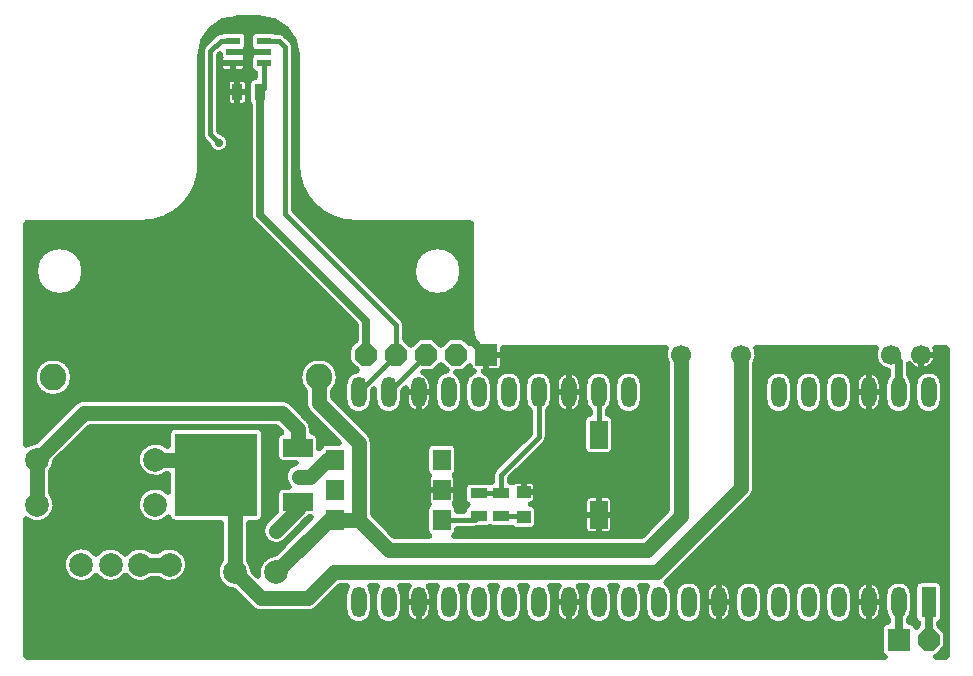
<source format=gbr>
G04 GENERATED BY PULSONIX 12.5 GERBER.DLL 9449*
G04 #@! TF.GenerationSoftware,Pulsonix,Pulsonix,12.5.9449*
G04 #@! TF.CreationDate,2024-10-09T20:32:21--1:00*
G04 #@! TF.Part,Single*
%FSLAX35Y35*%
%LPD*%
%MOMM*%
G04 #@! TF.FileFunction,Copper,L1,Top*
G04 #@! TF.FilePolarity,Positive*
G04 #@! TA.AperFunction,OtherCopper,Copper*
%ADD10C,0.50000*%
G04 #@! TA.AperFunction,ViaPad*
%ADD12C,0.80000*%
G04 #@! TA.AperFunction,Conductor*
%ADD13C,0.63500*%
%ADD14C,0.40640*%
%ADD16C,1.27000*%
G04 #@! TA.AperFunction,SMDPad,CuDef*
%ADD71R,1.40000X0.90000*%
%ADD20R,0.90000X1.40000*%
G04 #@! TA.AperFunction,ComponentPad*
%ADD27C,1.70000*%
%ADD72C,2.00000*%
%AMT79*0 Octagon pad*4,1,8,0.39454,0.95250,-0.39454,0.95250,-0.95250,0.39454,-0.95250,-0.39454,-0.39454,-0.95250,0.39454,-0.95250,0.95250,-0.39454,0.95250,0.39454,0.39454,0.95250,0*%
%ADD79T79*%
%ADD84R,1.90500X1.90500*%
G04 #@! TA.AperFunction,ViaPad*
%ADD86C,0.70000*%
G04 #@! TA.AperFunction,SMDPad,CuDef*
%ADD90R,1.20000X1.10000*%
G04 #@! TA.AperFunction,ComponentPad*
%ADD103R,1.30000X2.60000*%
%ADD104O,1.30000X2.60000*%
G04 #@! TA.AperFunction,SMDPad,CuDef*
%ADD105R,1.30000X0.60000*%
%ADD106R,1.50000X1.80000*%
%ADD107R,7.00000X7.00000*%
%ADD108R,2.50000X1.50000*%
G04 #@! TA.AperFunction,ComponentPad*
%ADD109C,2.25000*%
G04 #@! TA.AperFunction,SMDPad,CuDef*
%ADD110R,1.50000X2.40000*%
G04 #@! TD.AperFunction*
X0Y0D02*
D02*
D10*
X1042597Y3320321D02*
Y2165045D01*
G75*
G03*
X1051797Y2155845I9200J0D01*
G01*
X8312643D01*
G75*
G02*
X8279547Y2206295I21904J50450D01*
G01*
Y2396795D01*
G75*
G02*
X8334547Y2451795I55000J0D01*
G01*
X8343047D01*
Y2471133D01*
G75*
G02*
X8309797Y2554045I86750J82912D01*
G01*
Y2684045D01*
G75*
G02*
X8549797I120000J0D01*
G01*
Y2554045D01*
G75*
G02*
X8516547Y2471133I-120000J0D01*
G01*
Y2451795D01*
X8525047D01*
G75*
G02*
X8578692Y2408926I0J-55000D01*
G01*
X8597047Y2427281D01*
Y2438528D01*
G75*
G02*
X8563797Y2489045I21750J50517D01*
G01*
Y2749045D01*
G75*
G02*
X8618797Y2804045I55000J0D01*
G01*
X8748797D01*
G75*
G02*
X8803797Y2749045I0J-55000D01*
G01*
Y2489045D01*
G75*
G02*
X8770547Y2438528I-55000J0D01*
G01*
Y2427281D01*
X8817938Y2379890D01*
G75*
G02*
X8834047Y2340858I-38891J-38891D01*
G01*
Y2262232D01*
G75*
G02*
X8817938Y2223200I-55000J-141D01*
G01*
X8762142Y2167404D01*
G75*
G02*
X8745156Y2155845I-38891J38891D01*
G01*
X8826797D01*
G75*
G03*
X8835997Y2165045I0J9200D01*
G01*
Y4759045D01*
G75*
G03*
X8826797Y4768245I-9200J0D01*
G01*
X8738687D01*
G75*
G02*
X8516547Y4636213I-118390J-53700D01*
G01*
Y4544957D01*
G75*
G02*
X8549797Y4462045I-86750J-82912D01*
G01*
Y4332045D01*
G75*
G02*
X8309797I-120000J0D01*
G01*
Y4462045D01*
G75*
G02*
X8343047Y4544957I120000J0D01*
G01*
Y4576489D01*
G75*
G02*
X8237005Y4768245I23250J138056D01*
G01*
X7225589D01*
G75*
G02*
X7214797Y4639995I-129292J-53699D01*
G01*
Y3587420D01*
G75*
G02*
X7179929Y3503468I-118500J0D01*
G01*
X6465874Y2789413D01*
G75*
G02*
X6461825Y2785536I-83956J83628D01*
G01*
G75*
G02*
X6517797Y2684045I-64028J-101491D01*
G01*
Y2554045D01*
G75*
G02*
X6277797I-120000J0D01*
G01*
Y2684045D01*
G75*
G02*
X6300690Y2754545I120000J0D01*
G01*
X6240904D01*
G75*
G02*
X6263797Y2684045I-97107J-70500D01*
G01*
Y2554045D01*
G75*
G02*
X6023797I-120000J0D01*
G01*
Y2684045D01*
G75*
G02*
X6046690Y2754545I120000J0D01*
G01*
X5986904D01*
G75*
G02*
X6009797Y2684045I-97107J-70500D01*
G01*
Y2554045D01*
G75*
G02*
X5769797I-120000J0D01*
G01*
Y2684045D01*
G75*
G02*
X5792690Y2754545I120000J0D01*
G01*
X5720235D01*
G75*
G02*
X5745797Y2684045I-84438J-70500D01*
G01*
Y2554045D01*
G75*
G02*
X5525797I-110000J0D01*
G01*
Y2684045D01*
G75*
G02*
X5551359Y2754545I110000J0D01*
G01*
X5478904D01*
G75*
G02*
X5501797Y2684045I-97107J-70500D01*
G01*
Y2554045D01*
G75*
G02*
X5261797I-120000J0D01*
G01*
Y2684045D01*
G75*
G02*
X5284690Y2754545I120000J0D01*
G01*
X5224904D01*
G75*
G02*
X5247797Y2684045I-97107J-70500D01*
G01*
Y2554045D01*
G75*
G02*
X5007797I-120000J0D01*
G01*
Y2684045D01*
G75*
G02*
X5030690Y2754545I120000J0D01*
G01*
X4970904D01*
G75*
G02*
X4993797Y2684045I-97107J-70500D01*
G01*
Y2554045D01*
G75*
G02*
X4753797I-120000J0D01*
G01*
Y2684045D01*
G75*
G02*
X4776690Y2754545I120000J0D01*
G01*
X4716904D01*
G75*
G02*
X4739797Y2684045I-97107J-70500D01*
G01*
Y2554045D01*
G75*
G02*
X4499797I-120000J0D01*
G01*
Y2684045D01*
G75*
G02*
X4522690Y2754545I120000J0D01*
G01*
X4450235D01*
G75*
G02*
X4475797Y2684045I-84438J-70500D01*
G01*
Y2554045D01*
G75*
G02*
X4255797I-110000J0D01*
G01*
Y2684045D01*
G75*
G02*
X4281359Y2754545I110000J0D01*
G01*
X4208904D01*
G75*
G02*
X4231797Y2684045I-97107J-70500D01*
G01*
Y2554045D01*
G75*
G02*
X3991797I-120000J0D01*
G01*
Y2684045D01*
G75*
G02*
X4014690Y2754545I120000J0D01*
G01*
X3954904D01*
G75*
G02*
X3977797Y2684045I-97107J-70500D01*
G01*
Y2554045D01*
G75*
G02*
X3737797I-120000J0D01*
G01*
Y2684045D01*
G75*
G02*
X3760690Y2754545I120000J0D01*
G01*
X3700506D01*
X3513124Y2567163D01*
G75*
G02*
X3429172Y2532295I-83952J83632D01*
G01*
X3031547D01*
G75*
G02*
X2947595Y2567163I0J118500D01*
G01*
X2796155Y2718603D01*
G75*
G02*
X2690797Y2972959I13142J154442D01*
G01*
Y3293545D01*
X2301297D01*
G75*
G02*
X2247414Y3337518I0J55000D01*
G01*
G75*
G02*
X1980297Y3444545I-112117J107027D01*
G01*
G75*
G02*
X2246297Y3552730I155000J0D01*
G01*
Y3707045D01*
X2235211D01*
G75*
G02*
X1980297Y3825545I-99914J118500D01*
G01*
G75*
G02*
X2235211Y3944045I155000J0D01*
G01*
X2246297D01*
Y4048545D01*
G75*
G02*
X2301297Y4103545I55000J0D01*
G01*
X3001297D01*
G75*
G02*
X3056297Y4048545I0J-55000D01*
G01*
Y3348545D01*
G75*
G02*
X3001297Y3293545I-55000J0D01*
G01*
X2927797D01*
Y2972959D01*
G75*
G02*
X2963739Y2886187I-118500J-99914D01*
G01*
X3007314Y2842612D01*
G75*
G02*
X3146155Y3027487I151983J30433D01*
G01*
X3457213Y3338545D01*
X3439883D01*
G75*
G02*
X3424929Y3320343I-98586J65750D01*
G01*
X3243089Y3138503D01*
G75*
G02*
X3075505Y3306087I-83792J83792D01*
G01*
X3161322Y3391904D01*
G75*
G02*
X3161297Y3393545I54975J1658D01*
G01*
Y3543545D01*
G75*
G02*
X3216297Y3598545I55000J0D01*
G01*
X3266339D01*
G75*
G02*
X3324993Y3798545I83458J84125D01*
G01*
X3216297D01*
G75*
G02*
X3161297Y3853545I0J55000D01*
G01*
Y4003545D01*
G75*
G02*
X3204494Y4057264I55000J0D01*
G01*
X3157838Y4103920D01*
X1581256D01*
X1289739Y3812403D01*
G75*
G02*
X1253797Y3725631I-154442J13142D01*
G01*
Y3544459D01*
G75*
G02*
X1042597Y3320321I-118500J-99914D01*
G01*
X8563797Y4462045D02*
G75*
G02*
X8803797I120000J0D01*
G01*
Y4332045D01*
G75*
G02*
X8563797I-120000J0D01*
G01*
Y4462045D01*
X7293797Y2684045D02*
G75*
G02*
X7533797I120000J0D01*
G01*
Y2554045D01*
G75*
G02*
X7293797I-120000J0D01*
G01*
Y2684045D01*
Y4462045D02*
G75*
G02*
X7533797I120000J0D01*
G01*
Y4332045D01*
G75*
G02*
X7293797I-120000J0D01*
G01*
Y4462045D01*
X7547797Y2684045D02*
G75*
G02*
X7787797I120000J0D01*
G01*
Y2554045D01*
G75*
G02*
X7547797I-120000J0D01*
G01*
Y2684045D01*
Y4462045D02*
G75*
G02*
X7787797I120000J0D01*
G01*
Y4332045D01*
G75*
G02*
X7547797I-120000J0D01*
G01*
Y4462045D01*
X7801797Y2684045D02*
G75*
G02*
X8041797I120000J0D01*
G01*
Y2554045D01*
G75*
G02*
X7801797I-120000J0D01*
G01*
Y2684045D01*
Y4462045D02*
G75*
G02*
X8041797I120000J0D01*
G01*
Y4332045D01*
G75*
G02*
X7801797I-120000J0D01*
G01*
Y4462045D01*
X8065797Y2684045D02*
G75*
G02*
X8285797I110000J0D01*
G01*
Y2554045D01*
G75*
G02*
X8065797I-110000J0D01*
G01*
Y2684045D01*
Y4462045D02*
G75*
G02*
X8285797I110000J0D01*
G01*
Y4332045D01*
G75*
G02*
X8065797I-110000J0D01*
G01*
Y4462045D01*
X6531797Y2684045D02*
G75*
G02*
X6771797I120000J0D01*
G01*
Y2554045D01*
G75*
G02*
X6531797I-120000J0D01*
G01*
Y2684045D01*
X6795797D02*
G75*
G02*
X7015797I110000J0D01*
G01*
Y2554045D01*
G75*
G02*
X6795797I-110000J0D01*
G01*
Y2684045D01*
X7039797D02*
G75*
G02*
X7279797I120000J0D01*
G01*
Y2554045D01*
G75*
G02*
X7039797I-120000J0D01*
G01*
Y2684045D01*
X1633297Y3028197D02*
G75*
G02*
X1883297I125000J-91652D01*
G01*
G75*
G02*
X2108211Y3055045I125000J-91652D01*
G01*
X2158383D01*
G75*
G02*
X2413297Y2936545I99914J-118500D01*
G01*
G75*
G02*
X2158383Y2818045I-155000J0D01*
G01*
X2108211D01*
G75*
G02*
X1883297Y2844893I-99914J118500D01*
G01*
G75*
G02*
X1633297I-125000J91652D01*
G01*
G75*
G02*
X1353297Y2936545I-125000J91652D01*
G01*
G75*
G02*
X1633297Y3028197I155000J0D01*
G01*
X1042597Y2936545D02*
G36*
X1042597Y2936545D02*
Y2619045D01*
X2895713D01*
X2796155Y2718603D01*
G75*
G02*
X2654297Y2873045I13142J154442D01*
G01*
G75*
G02*
X2667901Y2936545I155000J1D01*
G01*
X2413297D01*
G75*
G02*
X2158383Y2818045I-155000J0D01*
G01*
X2108211D01*
G75*
G02*
X1883297Y2844893I-99914J118500D01*
G01*
G75*
G02*
X1633297I-125000J91652D01*
G01*
G75*
G02*
X1353297Y2936545I-125000J91652D01*
G01*
X1042597D01*
G37*
X2950693D02*
G36*
X2950693Y2936545D02*
G75*
G02*
X2963739Y2886187I-141396J-63500D01*
G01*
X3007314Y2842612D01*
G75*
G02*
X3004297Y2873045I151983J30433D01*
G01*
G75*
G02*
X3017901Y2936545I155000J1D01*
G01*
X2950693D01*
G37*
X1042597Y3320321D02*
G36*
X1042597Y3320321D02*
Y2936545D01*
X1353297D01*
G75*
G02*
X1633297Y3028197I155000J0D01*
G01*
G75*
G02*
X1883297I125000J-91652D01*
G01*
G75*
G02*
X2108211Y3055045I125000J-91652D01*
G01*
X2158383D01*
G75*
G02*
X2413297Y2936545I99914J-118500D01*
G01*
X2667901D01*
G75*
G02*
X2690797Y2972959I141396J-63500D01*
G01*
Y3293545D01*
X2301297D01*
G75*
G02*
X2247414Y3337518I0J55000D01*
G01*
G75*
G02*
X1980297Y3444545I-112117J107027D01*
G01*
G75*
G02*
X2246297Y3552730I155000J0D01*
G01*
Y3707045D01*
X2235211D01*
G75*
G02*
X1980297Y3825545I-99914J118500D01*
G01*
G75*
G02*
X2235211Y3944045I155000J0D01*
G01*
X2246297D01*
Y4048545D01*
G75*
G02*
X2301297Y4103545I55000J0D01*
G01*
X3001297D01*
G75*
G02*
X3056297Y4048545I0J-55000D01*
G01*
Y3348545D01*
G75*
G02*
X3001297Y3293545I-55000J0D01*
G01*
X2927797D01*
Y2972959D01*
G75*
G02*
X2950693Y2936545I-118500J-99914D01*
G01*
X3017901D01*
G75*
G02*
X3146155Y3027487I141396J-63500D01*
G01*
X3457213Y3338545D01*
X3439883D01*
G75*
G02*
X3424929Y3320343I-98586J65750D01*
G01*
X3243089Y3138503D01*
G75*
G02*
X3040797Y3222295I-83792J83792D01*
G01*
G75*
G02*
X3075505Y3306087I118500J0D01*
G01*
X3161322Y3391904D01*
G75*
G02*
X3161297Y3393545I54975J1658D01*
G01*
Y3543545D01*
G75*
G02*
X3216297Y3598545I55000J0D01*
G01*
X3266339D01*
G75*
G02*
X3231297Y3682670I83458J84125D01*
G01*
G75*
G02*
X3324993Y3798545I118500J0D01*
G01*
X3216297D01*
G75*
G02*
X3161297Y3853545I0J55000D01*
G01*
Y4003545D01*
G75*
G02*
X3204494Y4057264I55000J0D01*
G01*
X3157838Y4103920D01*
X1581256D01*
X1289739Y3812403D01*
G75*
G02*
X1253797Y3725631I-154442J13142D01*
G01*
Y3544459D01*
G75*
G02*
X1290297Y3444545I-118500J-99914D01*
G01*
G75*
G02*
X1042597Y3320321I-155000J0D01*
G01*
G37*
X3565006Y2619045D02*
G36*
X3565006Y2619045D02*
X3737797D01*
Y2684045D01*
G75*
G02*
X3760690Y2754545I120000J0D01*
G01*
X3700506D01*
X3565006Y2619045D01*
G37*
X3954904Y2754545D02*
G36*
X3954904Y2754545D02*
G75*
G02*
X3977797Y2684045I-97107J-70500D01*
G01*
Y2619045D01*
X3991797D01*
Y2684045D01*
G75*
G02*
X4014690Y2754545I120000J0D01*
G01*
X3954904D01*
G37*
X4208904D02*
G36*
X4208904Y2754545D02*
G75*
G02*
X4231797Y2684045I-97107J-70500D01*
G01*
Y2619045D01*
X4255797D01*
Y2684045D01*
G75*
G02*
X4281359Y2754545I110000J0D01*
G01*
X4208904D01*
G37*
X4450235D02*
G36*
X4450235Y2754545D02*
G75*
G02*
X4475797Y2684045I-84438J-70500D01*
G01*
Y2619045D01*
X4499797D01*
Y2684045D01*
G75*
G02*
X4522690Y2754545I120000J0D01*
G01*
X4450235D01*
G37*
X4716904D02*
G36*
X4716904Y2754545D02*
G75*
G02*
X4739797Y2684045I-97107J-70500D01*
G01*
Y2619045D01*
X4753797D01*
Y2684045D01*
G75*
G02*
X4776690Y2754545I120000J0D01*
G01*
X4716904D01*
G37*
X4970904D02*
G36*
X4970904Y2754545D02*
G75*
G02*
X4993797Y2684045I-97107J-70500D01*
G01*
Y2619045D01*
X5007797D01*
Y2684045D01*
G75*
G02*
X5030690Y2754545I120000J0D01*
G01*
X4970904D01*
G37*
X5224904D02*
G36*
X5224904Y2754545D02*
G75*
G02*
X5247797Y2684045I-97107J-70500D01*
G01*
Y2619045D01*
X5261797D01*
Y2684045D01*
G75*
G02*
X5284690Y2754545I120000J0D01*
G01*
X5224904D01*
G37*
X5478904D02*
G36*
X5478904Y2754545D02*
G75*
G02*
X5501797Y2684045I-97107J-70500D01*
G01*
Y2619045D01*
X5525797D01*
Y2684045D01*
G75*
G02*
X5551359Y2754545I110000J0D01*
G01*
X5478904D01*
G37*
X5720235D02*
G36*
X5720235Y2754545D02*
G75*
G02*
X5745797Y2684045I-84438J-70500D01*
G01*
Y2619045D01*
X5769797D01*
Y2684045D01*
G75*
G02*
X5792690Y2754545I120000J0D01*
G01*
X5720235D01*
G37*
X5986904D02*
G36*
X5986904Y2754545D02*
G75*
G02*
X6009797Y2684045I-97107J-70500D01*
G01*
Y2619045D01*
X6023797D01*
Y2684045D01*
G75*
G02*
X6046690Y2754545I120000J0D01*
G01*
X5986904D01*
G37*
X6240904D02*
G36*
X6240904Y2754545D02*
G75*
G02*
X6263797Y2684045I-97107J-70500D01*
G01*
Y2619045D01*
X6277797D01*
Y2684045D01*
G75*
G02*
X6300690Y2754545I120000J0D01*
G01*
X6240904D01*
G37*
X1042597Y2619045D02*
G36*
X1042597Y2619045D02*
Y2165045D01*
G75*
G03*
X1051797Y2155845I9200J0D01*
G01*
X8312643D01*
G75*
G02*
X8279547Y2206295I21904J50450D01*
G01*
Y2396795D01*
G75*
G02*
X8334547Y2451795I55000J0D01*
G01*
X8343047D01*
Y2471133D01*
G75*
G02*
X8309797Y2554045I86750J82912D01*
G01*
Y2619045D01*
X8285797D01*
Y2554045D01*
G75*
G02*
X8065797I-110000J0D01*
G01*
Y2619045D01*
X8041797D01*
Y2554045D01*
G75*
G02*
X7801797I-120000J0D01*
G01*
Y2619045D01*
X7787797D01*
Y2554045D01*
G75*
G02*
X7547797I-120000J0D01*
G01*
Y2619045D01*
X7533797D01*
Y2554045D01*
G75*
G02*
X7293797I-120000J0D01*
G01*
Y2619045D01*
X7279797D01*
Y2554045D01*
G75*
G02*
X7039797I-120000J0D01*
G01*
Y2619045D01*
X7015797D01*
Y2554045D01*
G75*
G02*
X6795797I-110000J0D01*
G01*
Y2619045D01*
X6771797D01*
Y2554045D01*
G75*
G02*
X6531797I-120000J0D01*
G01*
Y2619045D01*
X6517797D01*
Y2554045D01*
G75*
G02*
X6277797I-120000J0D01*
G01*
Y2619045D01*
X6263797D01*
Y2554045D01*
G75*
G02*
X6023797I-120000J0D01*
G01*
Y2619045D01*
X6009797D01*
Y2554045D01*
G75*
G02*
X5769797I-120000J0D01*
G01*
Y2619045D01*
X5745797D01*
Y2554045D01*
G75*
G02*
X5525797I-110000J0D01*
G01*
Y2619045D01*
X5501797D01*
Y2554045D01*
G75*
G02*
X5261797I-120000J0D01*
G01*
Y2619045D01*
X5247797D01*
Y2554045D01*
G75*
G02*
X5007797I-120000J0D01*
G01*
Y2619045D01*
X4993797D01*
Y2554045D01*
G75*
G02*
X4753797I-120000J0D01*
G01*
Y2619045D01*
X4739797D01*
Y2554045D01*
G75*
G02*
X4499797I-120000J0D01*
G01*
Y2619045D01*
X4475797D01*
Y2554045D01*
G75*
G02*
X4255797I-110000J0D01*
G01*
Y2619045D01*
X4231797D01*
Y2554045D01*
G75*
G02*
X3991797I-120000J0D01*
G01*
Y2619045D01*
X3977797D01*
Y2554045D01*
G75*
G02*
X3737797I-120000J0D01*
G01*
Y2619045D01*
X3565006D01*
X3513124Y2567163D01*
G75*
G02*
X3429172Y2532295I-83952J83632D01*
G01*
X3031547D01*
G75*
G02*
X2947595Y2567163I0J118500D01*
G01*
X2895713Y2619045D01*
X1042597D01*
G37*
X7214797Y4639995D02*
G36*
X7214797Y4639995D02*
Y4397045D01*
X7293797D01*
Y4462045D01*
G75*
G02*
X7533797I120000J0D01*
G01*
Y4397045D01*
X7547797D01*
Y4462045D01*
G75*
G02*
X7787797I120000J0D01*
G01*
Y4397045D01*
X7801797D01*
Y4462045D01*
G75*
G02*
X8041797I120000J0D01*
G01*
Y4397045D01*
X8065797D01*
Y4462045D01*
G75*
G02*
X8285797I110000J0D01*
G01*
Y4397045D01*
X8309797D01*
Y4462045D01*
G75*
G02*
X8343047Y4544957I120000J0D01*
G01*
Y4576489D01*
G75*
G02*
X8226297Y4714545I23250J138056D01*
G01*
G75*
G02*
X8237005Y4768245I140000J1D01*
G01*
X7225589D01*
G75*
G02*
X7236297Y4714546I-129292J-53699D01*
G01*
G75*
G02*
X7214797Y4639995I-140000J-1D01*
G01*
G37*
X8516547Y2471133D02*
G36*
X8516547Y2471133D02*
Y2451795D01*
X8525047D01*
G75*
G02*
X8578692Y2408926I0J-55000D01*
G01*
X8597047Y2427281D01*
Y2438528D01*
G75*
G02*
X8563797Y2489045I21750J50517D01*
G01*
Y2619045D01*
X8549797D01*
Y2554045D01*
G75*
G02*
X8516547Y2471133I-120000J0D01*
G01*
G37*
X8745156Y2155845D02*
G36*
X8745156Y2155845D02*
X8826797D01*
G75*
G03*
X8835997Y2165045I0J9200D01*
G01*
Y2619045D01*
X8803797D01*
Y2489045D01*
G75*
G02*
X8770547Y2438528I-55000J0D01*
G01*
Y2427281D01*
X8817938Y2379890D01*
G75*
G02*
X8834047Y2340999I-38891J-38891D01*
G01*
Y2340858D01*
Y2262232D01*
Y2262091D01*
G75*
G02*
X8817938Y2223200I-55000J0D01*
G01*
X8762142Y2167404D01*
G75*
G02*
X8745156Y2155845I-38891J38891D01*
G01*
G37*
X6461825Y2785536D02*
G36*
X6461825Y2785536D02*
G75*
G02*
X6517797Y2684045I-64028J-101491D01*
G01*
Y2619045D01*
X6531797D01*
Y2684045D01*
G75*
G02*
X6771797I120000J0D01*
G01*
Y2619045D01*
X6795797D01*
Y2684045D01*
G75*
G02*
X7015797I110000J0D01*
G01*
Y2619045D01*
X7039797D01*
Y2684045D01*
G75*
G02*
X7279797I120000J0D01*
G01*
Y2619045D01*
X7293797D01*
Y2684045D01*
G75*
G02*
X7533797I120000J0D01*
G01*
Y2619045D01*
X7547797D01*
Y2684045D01*
G75*
G02*
X7787797I120000J0D01*
G01*
Y2619045D01*
X7801797D01*
Y2684045D01*
G75*
G02*
X8041797I120000J0D01*
G01*
Y2619045D01*
X8065797D01*
Y2684045D01*
G75*
G02*
X8285797I110000J0D01*
G01*
Y2619045D01*
X8309797D01*
Y2684045D01*
G75*
G02*
X8549797I120000J0D01*
G01*
Y2619045D01*
X8563797D01*
Y2749045D01*
G75*
G02*
X8618797Y2804045I55000J0D01*
G01*
X8748797D01*
G75*
G02*
X8803797Y2749045I0J-55000D01*
G01*
Y2619045D01*
X8835997D01*
Y2936545D01*
X6613006D01*
X6465874Y2789413D01*
G75*
G02*
X6461825Y2785536I-83956J83628D01*
G01*
G37*
X6613006Y2936545D02*
G36*
X6613006Y2936545D02*
X8835997D01*
Y4397045D01*
X8803797D01*
Y4332045D01*
G75*
G02*
X8563797I-120000J0D01*
G01*
Y4397045D01*
X8549797D01*
Y4332045D01*
G75*
G02*
X8309797I-120000J0D01*
G01*
Y4397045D01*
X8285797D01*
Y4332045D01*
G75*
G02*
X8065797I-110000J0D01*
G01*
Y4397045D01*
X8041797D01*
Y4332045D01*
G75*
G02*
X7801797I-120000J0D01*
G01*
Y4397045D01*
X7787797D01*
Y4332045D01*
G75*
G02*
X7547797I-120000J0D01*
G01*
Y4397045D01*
X7533797D01*
Y4332045D01*
G75*
G02*
X7293797I-120000J0D01*
G01*
Y4397045D01*
X7214797D01*
Y3587420D01*
G75*
G02*
X7179929Y3503468I-118500J0D01*
G01*
X6613006Y2936545D01*
G37*
X8516547Y4636213D02*
G36*
X8516547Y4636213D02*
Y4544957D01*
G75*
G02*
X8549797Y4462045I-86750J-82912D01*
G01*
Y4397045D01*
X8563797D01*
Y4462045D01*
G75*
G02*
X8803797I120000J0D01*
G01*
Y4397045D01*
X8835997D01*
Y4759045D01*
G75*
G03*
X8826797Y4768245I-9200J0D01*
G01*
X8738687D01*
G75*
G02*
X8750297Y4714545I-118390J-53701D01*
G01*
G75*
G02*
X8516547Y4636213I-130000J0D01*
G01*
G37*
X1042597Y5822545D02*
Y3949769D01*
G75*
G02*
X1122155Y3979987I92701J-124224D01*
G01*
X1448220Y4306052D01*
G75*
G02*
X1532172Y4340920I83952J-83632D01*
G01*
X3206922D01*
G75*
G02*
X3290874Y4306052I0J-118500D01*
G01*
X3424929Y4171997D01*
G75*
G02*
X3459797Y4088045I-83632J-83952D01*
G01*
Y4058545D01*
X3466297D01*
G75*
G02*
X3521297Y4003545I0J-55000D01*
G01*
Y3923542D01*
G75*
G02*
X3534038Y3931085I66621J-97999D01*
G01*
G75*
G02*
X3586797Y3970545I52759J-15540D01*
G01*
X3688088D01*
X3438665Y4219968D01*
G75*
G02*
X3403797Y4303920I83632J83952D01*
G01*
Y4405664D01*
G75*
G02*
X3354797Y4524045I118500J118381D01*
G01*
G75*
G02*
X3689797I167500J0D01*
G01*
G75*
G02*
X3640797Y4405664I-167500J0D01*
G01*
Y4353004D01*
X3941429Y4052372D01*
G75*
G02*
X3976297Y3968420I-83632J-83952D01*
G01*
Y3366629D01*
X4160881Y3182045D01*
X4455898D01*
G75*
G02*
X4431797Y3227545I30899J45500D01*
G01*
Y3407545D01*
G75*
G02*
X4453475Y3451302I55000J0D01*
G01*
G75*
G02*
X4441797Y3481545I33322J30243D01*
G01*
Y3661545D01*
G75*
G02*
X4453475Y3691788I45000J0D01*
G01*
G75*
G02*
X4431797Y3735545I33322J43757D01*
G01*
Y3915545D01*
G75*
G02*
X4486797Y3970545I55000J0D01*
G01*
X4636797D01*
G75*
G02*
X4691797Y3915545I0J-55000D01*
G01*
Y3735545D01*
G75*
G02*
X4670119Y3691788I-55000J0D01*
G01*
G75*
G02*
X4681797Y3661545I-33322J-30243D01*
G01*
Y3481545D01*
G75*
G02*
X4670119Y3451302I-45000J0D01*
G01*
G75*
G02*
X4691797Y3407545I-33322J-43757D01*
G01*
Y3392865D01*
X4748797D01*
Y3394295D01*
G75*
G02*
X4781438Y3444545I55000J0D01*
G01*
G75*
G02*
X4748797Y3494795I22359J50250D01*
G01*
Y3584795D01*
G75*
G02*
X4803797Y3639795I55000J0D01*
G01*
X4943797D01*
G75*
G02*
X4969047Y3633656I-1J-55000D01*
G01*
G75*
G02*
X4988977Y3639537I25251J-48861D01*
G01*
Y3698545D01*
G75*
G02*
X5011212Y3751978I75320J0D01*
G01*
X5306477Y4047243D01*
Y4238627D01*
G75*
G02*
X5261797Y4332045I75320J93418D01*
G01*
Y4462045D01*
G75*
G02*
X5501797I120000J0D01*
G01*
Y4332045D01*
G75*
G02*
X5457117Y4238627I-120000J0D01*
G01*
Y4016045D01*
G75*
G02*
X5434882Y3962612I-75320J0D01*
G01*
X5139617Y3667347D01*
Y3639537D01*
G75*
G02*
X5160196Y3633316I-5319J-54742D01*
G01*
G75*
G02*
X5194797Y3649545I34601J-28771D01*
G01*
X5314797D01*
G75*
G02*
X5359797Y3604545I0J-45000D01*
G01*
Y3494545D01*
G75*
G02*
X5314797Y3449545I-45000J0D01*
G01*
G75*
G02*
X5369797Y3394545I0J-55000D01*
G01*
Y3284545D01*
G75*
G02*
X5314797Y3229545I-55000J0D01*
G01*
X5194797D01*
G75*
G02*
X5150626Y3251775I0J55000D01*
G01*
G75*
G02*
X5134297Y3249295I-16329J52520D01*
G01*
X4994297D01*
G75*
G02*
X4969047Y3255434I1J55000D01*
G01*
G75*
G02*
X4943797Y3249295I-25251J48861D01*
G01*
X4873907D01*
G75*
G02*
X4842047Y3242225I-31860J68250D01*
G01*
X4691797D01*
Y3227545D01*
G75*
G02*
X4667696Y3182045I-55000J0D01*
G01*
X6253463D01*
X6469797Y3398379D01*
Y4639995D01*
G75*
G02*
X6459005Y4768245I118500J74551D01*
G01*
X5077547D01*
Y4619295D01*
G75*
G02*
X5032547Y4574295I-45000J0D01*
G01*
X4916223D01*
G75*
G02*
X4993797Y4462045I-42426J-112250D01*
G01*
Y4332045D01*
G75*
G02*
X4753797I-120000J0D01*
G01*
Y4462045D01*
G75*
G02*
X4833568Y4575101I120000J0D01*
G01*
G75*
G02*
X4797173Y4615935I8479J44194D01*
G01*
X4761642Y4580404D01*
G75*
G02*
X4722610Y4564295I-38891J38891D01*
G01*
X4682606D01*
G75*
G02*
X4739797Y4462045I-62809J-102250D01*
G01*
Y4332045D01*
G75*
G02*
X4499797I-120000J0D01*
G01*
Y4462045D01*
G75*
G02*
X4604314Y4581042I120000J0D01*
G01*
X4556297Y4629059D01*
X4507642Y4580404D01*
G75*
G02*
X4468610Y4564295I-38891J38891D01*
G01*
X4406355D01*
G75*
G02*
X4475797Y4462045I-40558J-102250D01*
G01*
Y4332045D01*
G75*
G02*
X4255797I-110000J0D01*
G01*
Y4434527D01*
X4231797Y4410527D01*
Y4332045D01*
G75*
G02*
X3991797I-120000J0D01*
G01*
Y4424527D01*
X3977797Y4410527D01*
Y4332045D01*
G75*
G02*
X3737797I-120000J0D01*
G01*
Y4462045D01*
G75*
G02*
X3842314Y4581042I120000J0D01*
G01*
X3787156Y4636200D01*
G75*
G02*
X3771047Y4675232I38891J38891D01*
G01*
Y4753858D01*
G75*
G02*
X3787156Y4792890I55000J141D01*
G01*
X3834547Y4840281D01*
Y4964361D01*
X2960705Y5838203D01*
G75*
G02*
X2935297Y5899891I61342J61342D01*
G01*
Y6831241D01*
G75*
G02*
X2922047Y6867045I41750J35804D01*
G01*
Y7007045D01*
G75*
G02*
X2977047Y7062045I55000J0D01*
G01*
X2982477D01*
Y7098522D01*
G75*
G02*
X2937797Y7152545I10320J54023D01*
G01*
Y7212545D01*
G75*
G02*
X2947912Y7244331I55000J0D01*
G01*
G75*
G02*
X2947797Y7247545I44885J3215D01*
G01*
Y7307545D01*
G75*
G02*
X2947912Y7310759I45000J-1D01*
G01*
G75*
G02*
X2937797Y7342545I44885J31786D01*
G01*
Y7402545D01*
G75*
G02*
X2992797Y7457545I55000J0D01*
G01*
X3122797D01*
G75*
G02*
X3153959Y7447865I0J-55000D01*
G01*
X3184172D01*
G75*
G02*
X3237605Y7425630I0J-75320D01*
G01*
X3291757Y7371478D01*
G75*
G02*
X3313992Y7318045I-53085J-53433D01*
G01*
Y5936368D01*
X4228382Y5021978D01*
G75*
G02*
X4250617Y4968545I-53085J-53433D01*
G01*
Y4851492D01*
G75*
G02*
X4253642Y4848686I-35865J-41698D01*
G01*
X4302297Y4800031D01*
X4350952Y4848686D01*
G75*
G02*
X4389984Y4864795I38891J-38891D01*
G01*
X4468610D01*
G75*
G02*
X4507642Y4848686I141J-55000D01*
G01*
X4556297Y4800031D01*
X4604952Y4848686D01*
G75*
G02*
X4643984Y4864795I38891J-38891D01*
G01*
X4722610D01*
G75*
G02*
X4761642Y4848686I141J-55000D01*
G01*
X4797173Y4813155D01*
G75*
G02*
X4827819Y4852486I44874J-3360D01*
G01*
G75*
G02*
X4810997Y4922545I137478J70059D01*
G01*
Y5822545D01*
G75*
G03*
X4801797Y5831745I-9200J0D01*
G01*
X3826797D01*
G75*
G02*
X3335997Y6322545I0J490800D01*
G01*
Y7253045D01*
G75*
G03*
X3026797Y7562245I-309200J0D01*
G01*
X2826797D01*
G75*
G03*
X2517597Y7253045I0J-309200D01*
G01*
Y6322545D01*
G75*
G02*
X2026797Y5831745I-490800J0D01*
G01*
X1051797D01*
G75*
G03*
X1042597Y5822545I0J-9200D01*
G01*
X5525797Y4462045D02*
G75*
G02*
X5745797I110000J0D01*
G01*
Y4332045D01*
G75*
G02*
X5525797I-110000J0D01*
G01*
Y4462045D01*
X5759797Y4158545D02*
G75*
G02*
X5814477Y4213544I55000J0D01*
G01*
Y4238627D01*
G75*
G02*
X5769797Y4332045I75320J93418D01*
G01*
Y4462045D01*
G75*
G02*
X6009797I120000J0D01*
G01*
Y4332045D01*
G75*
G02*
X5965117Y4238627I-120000J0D01*
G01*
Y4213544D01*
G75*
G02*
X6019797Y4158545I-320J-54999D01*
G01*
Y3918545D01*
G75*
G02*
X5964797Y3863545I-55000J0D01*
G01*
X5814797D01*
G75*
G02*
X5759797Y3918545I0J55000D01*
G01*
Y4158545D01*
X5769797Y3478545D02*
G75*
G02*
X5814797Y3523545I45000J0D01*
G01*
X5964797D01*
G75*
G02*
X6009797Y3478545I0J-45000D01*
G01*
Y3238545D01*
G75*
G02*
X5964797Y3193545I-45000J0D01*
G01*
X5814797D01*
G75*
G02*
X5769797Y3238545I0J45000D01*
G01*
Y3478545D01*
X6023797Y4462045D02*
G75*
G02*
X6263797I120000J0D01*
G01*
Y4332045D01*
G75*
G02*
X6023797I-120000J0D01*
G01*
Y4462045D01*
X5007797D02*
G75*
G02*
X5247797I120000J0D01*
G01*
Y4332045D01*
G75*
G02*
X5007797I-120000J0D01*
G01*
Y4462045D01*
X4736797Y5422545D02*
G75*
G02*
X4316797I-210000J0D01*
G01*
G75*
G02*
X4736797I210000J0D01*
G01*
X2528352Y6579170D02*
Y7286295D01*
G75*
G02*
X2550587Y7339728I75320J0D01*
G01*
X2636489Y7425630D01*
G75*
G02*
X2689922Y7447865I53433J-53085D01*
G01*
X2699635D01*
G75*
G02*
X2730797Y7457545I31162J-45320D01*
G01*
X2860797D01*
G75*
G02*
X2915797Y7402545I0J-55000D01*
G01*
Y7342545D01*
G75*
G02*
X2905682Y7310759I-55000J0D01*
G01*
G75*
G02*
X2905797Y7307545I-44885J-3215D01*
G01*
Y7247545D01*
G75*
G02*
X2902255Y7230045I-45000J0D01*
G01*
G75*
G02*
X2905797Y7212545I-41458J-17500D01*
G01*
Y7152545D01*
G75*
G02*
X2860797Y7107545I-45000J0D01*
G01*
X2730797D01*
G75*
G02*
X2685797Y7152545I0J45000D01*
G01*
Y7212545D01*
G75*
G02*
X2689339Y7230045I45000J0D01*
G01*
G75*
G02*
X2685797Y7247545I41458J17500D01*
G01*
Y7261902D01*
X2678992Y7255097D01*
Y6610368D01*
X2691221Y6598139D01*
G75*
G02*
X2762797Y6510045I-18424J-88094D01*
G01*
G75*
G02*
X2584703Y6491621I-90000J0D01*
G01*
X2550587Y6525737D01*
G75*
G02*
X2528352Y6579170I53085J53433D01*
G01*
X2741547Y7007045D02*
G75*
G02*
X2786547Y7052045I45000J0D01*
G01*
X2876547D01*
G75*
G02*
X2921547Y7007045I0J-45000D01*
G01*
Y6867045D01*
G75*
G02*
X2876547Y6822045I-45000J0D01*
G01*
X2786547D01*
G75*
G02*
X2741547Y6867045I0J45000D01*
G01*
Y7007045D01*
X1439797Y4524045D02*
G75*
G02*
X1104797I-167500J0D01*
G01*
G75*
G02*
X1439797I167500J0D01*
G01*
X1536797Y5422545D02*
G75*
G02*
X1116797I-210000J0D01*
G01*
G75*
G02*
X1536797I210000J0D01*
G01*
X2517597Y7253045D02*
G36*
X2517597Y7253045D02*
Y6938795D01*
X2528352D01*
Y7286295D01*
G75*
G02*
X2550587Y7339728I75320J0D01*
G01*
X2636489Y7425630D01*
G75*
G02*
X2689922Y7447865I53433J-53085D01*
G01*
X2699635D01*
G75*
G02*
X2730797Y7457545I31162J-45320D01*
G01*
X2860797D01*
G75*
G02*
X2915797Y7402545I0J-55000D01*
G01*
Y7342545D01*
G75*
G02*
X2905682Y7310759I-55000J0D01*
G01*
G75*
G02*
X2905797Y7307545I-44885J-3215D01*
G01*
Y7247545D01*
G75*
G02*
X2902255Y7230045I-45000J0D01*
G01*
G75*
G02*
X2905797Y7212545I-41458J-17500D01*
G01*
Y7152545D01*
G75*
G02*
X2860797Y7107545I-45000J0D01*
G01*
X2730797D01*
G75*
G02*
X2685797Y7152545I0J45000D01*
G01*
Y7212545D01*
G75*
G02*
X2689339Y7230045I45000J0D01*
G01*
G75*
G02*
X2685797Y7247545I41458J17500D01*
G01*
Y7261902D01*
X2678992Y7255097D01*
Y6938795D01*
X2741547D01*
Y7007045D01*
G75*
G02*
X2786547Y7052045I45000J0D01*
G01*
X2876547D01*
G75*
G02*
X2921547Y7007045I0J-45000D01*
G01*
Y6938795D01*
X2922047D01*
Y7007045D01*
G75*
G02*
X2977047Y7062045I55000J0D01*
G01*
X2982477D01*
Y7098522D01*
G75*
G02*
X2937797Y7152545I10320J54023D01*
G01*
Y7212545D01*
G75*
G02*
X2947912Y7244331I55000J0D01*
G01*
G75*
G02*
X2947797Y7247545I44885J3215D01*
G01*
Y7307545D01*
G75*
G02*
X2947912Y7310759I45000J-1D01*
G01*
G75*
G02*
X2937797Y7342545I44885J31786D01*
G01*
Y7402545D01*
G75*
G02*
X2992797Y7457545I55000J0D01*
G01*
X3122797D01*
G75*
G02*
X3153959Y7447865I0J-55000D01*
G01*
X3184172D01*
G75*
G02*
X3237605Y7425630I0J-75320D01*
G01*
X3291757Y7371478D01*
G75*
G02*
X3313992Y7318045I-53085J-53433D01*
G01*
Y6938795D01*
X3335997D01*
Y7253045D01*
G75*
G03*
X3026797Y7562245I-309200J0D01*
G01*
X2826797D01*
G75*
G03*
X2517597Y7253045I0J-309200D01*
G01*
G37*
X1042597Y5822545D02*
G36*
X1042597Y5822545D02*
Y5422545D01*
X1116797D01*
G75*
G02*
X1536797I210000J0D01*
G01*
X3376363D01*
X2960705Y5838203D01*
G75*
G02*
X2935296Y5899545I61342J61342D01*
G01*
X2935297Y5899891D01*
Y6831241D01*
G75*
G02*
X2922047Y6867045I41750J35804D01*
G01*
Y6938795D01*
X2921547D01*
Y6867045D01*
G75*
G02*
X2876547Y6822045I-45000J0D01*
G01*
X2786547D01*
G75*
G02*
X2741547Y6867045I0J45000D01*
G01*
Y6938795D01*
X2678992D01*
Y6610368D01*
X2691221Y6598139D01*
G75*
G02*
X2762797Y6510045I-18424J-88094D01*
G01*
G75*
G02*
X2584703Y6491621I-90000J0D01*
G01*
X2550587Y6525737D01*
G75*
G02*
X2528352Y6579170I53085J53433D01*
G01*
Y6938795D01*
X2517597D01*
Y6322545D01*
G75*
G02*
X2026797Y5831745I-490800J0D01*
G01*
X1051797D01*
G75*
G03*
X1042597Y5822545I0J-9200D01*
G01*
G37*
Y4397045D02*
G36*
X1042597Y4397045D02*
Y3949769D01*
G75*
G02*
X1122155Y3979987I92701J-124224D01*
G01*
X1448220Y4306052D01*
G75*
G02*
X1532172Y4340920I83952J-83632D01*
G01*
X3206922D01*
G75*
G02*
X3290874Y4306052I0J-118500D01*
G01*
X3424929Y4171997D01*
G75*
G02*
X3459797Y4088045I-83632J-83952D01*
G01*
Y4058545D01*
X3466297D01*
G75*
G02*
X3521297Y4003545I0J-55000D01*
G01*
Y3923542D01*
G75*
G02*
X3534038Y3931085I66621J-97999D01*
G01*
G75*
G02*
X3586797Y3970545I52759J-15540D01*
G01*
X3688088D01*
X3438665Y4219968D01*
G75*
G02*
X3403797Y4303920I83632J83952D01*
G01*
Y4397045D01*
X1381509D01*
G75*
G02*
X1163085I-109212J127000D01*
G01*
X1042597D01*
G37*
Y5422545D02*
G36*
X1042597Y5422545D02*
Y4397045D01*
X1163085D01*
G75*
G02*
X1104797Y4524045I109212J127000D01*
G01*
G75*
G02*
X1439797I167500J0D01*
G01*
G75*
G02*
X1381509Y4397045I-167500J0D01*
G01*
X3403797D01*
Y4405664D01*
G75*
G02*
X3354797Y4524045I118500J118381D01*
G01*
G75*
G02*
X3689797I167500J0D01*
G01*
G75*
G02*
X3640797Y4405664I-167500J0D01*
G01*
Y4397045D01*
X3737797D01*
Y4462045D01*
G75*
G02*
X3842314Y4581042I120000J0D01*
G01*
X3787156Y4636200D01*
G75*
G02*
X3771047Y4675091I38891J38891D01*
G01*
Y4675232D01*
Y4753858D01*
Y4753999D01*
G75*
G02*
X3787156Y4792890I55000J0D01*
G01*
X3834547Y4840281D01*
Y4964361D01*
X3376363Y5422545D01*
X1536797D01*
G75*
G02*
X1116797I-210000J0D01*
G01*
X1042597D01*
G37*
X3977797Y4410527D02*
G36*
X3977797Y4410527D02*
Y4397045D01*
X3991797D01*
Y4424527D01*
X3977797Y4410527D01*
G37*
X4231797D02*
G36*
X4231797Y4410527D02*
Y4397045D01*
X4255797D01*
Y4434527D01*
X4231797Y4410527D01*
G37*
X3984381Y3358545D02*
G36*
X3984381Y3358545D02*
X4160881Y3182045D01*
X4455898D01*
G75*
G02*
X4431797Y3227545I30899J45500D01*
G01*
Y3358545D01*
X3984381D01*
G37*
X4406355Y4564295D02*
G36*
X4406355Y4564295D02*
G75*
G02*
X4475797Y4462045I-40558J-102250D01*
G01*
Y4397045D01*
X4499797D01*
Y4462045D01*
G75*
G02*
X4604314Y4581042I120000J0D01*
G01*
X4556297Y4629059D01*
X4507642Y4580404D01*
G75*
G02*
X4468610Y4564295I-38891J38891D01*
G01*
X4406355D01*
G37*
X3313992Y6938795D02*
G36*
X3313992Y6938795D02*
Y5936368D01*
X3827815Y5422545D01*
X4316797D01*
G75*
G02*
X4736797I210000J0D01*
G01*
X4810997D01*
Y5822545D01*
G75*
G03*
X4801797Y5831745I-9200J0D01*
G01*
X3826797D01*
G75*
G02*
X3335997Y6322545I0J490800D01*
G01*
Y6938795D01*
X3313992D01*
G37*
X3827815Y5422545D02*
G36*
X3827815Y5422545D02*
X4228382Y5021978D01*
G75*
G02*
X4250617Y4968545I-53085J-53433D01*
G01*
Y4851492D01*
G75*
G02*
X4253642Y4848686I-35865J-41698D01*
G01*
X4302297Y4800031D01*
X4350952Y4848686D01*
G75*
G02*
X4389984Y4864795I38891J-38891D01*
G01*
X4468610D01*
G75*
G02*
X4507642Y4848686I141J-55000D01*
G01*
X4556297Y4800031D01*
X4604952Y4848686D01*
G75*
G02*
X4643984Y4864795I38891J-38891D01*
G01*
X4722610D01*
G75*
G02*
X4761642Y4848686I141J-55000D01*
G01*
X4797173Y4813155D01*
G75*
G02*
X4827819Y4852486I44874J-3360D01*
G01*
G75*
G02*
X4810997Y4922545I137478J70059D01*
G01*
Y5422545D01*
X4736797D01*
G75*
G02*
X4316797I-210000J0D01*
G01*
X3827815D01*
G37*
X4682606Y4564295D02*
G36*
X4682606Y4564295D02*
G75*
G02*
X4739797Y4462045I-62809J-102250D01*
G01*
Y4397045D01*
X4753797D01*
Y4462045D01*
G75*
G02*
X4833568Y4575101I120000J0D01*
G01*
G75*
G02*
X4797173Y4615935I8479J44194D01*
G01*
X4761642Y4580404D01*
G75*
G02*
X4722610Y4564295I-38891J38891D01*
G01*
X4682606D01*
G37*
X3640797Y4397045D02*
G36*
X3640797Y4397045D02*
Y4353004D01*
X3941429Y4052372D01*
G75*
G02*
X3976297Y3968420I-83632J-83952D01*
G01*
Y3366629D01*
X3984381Y3358545D01*
X4431797D01*
Y3407545D01*
G75*
G02*
X4453475Y3451302I55000J0D01*
G01*
G75*
G02*
X4441797Y3481545I33322J30243D01*
G01*
Y3661545D01*
G75*
G02*
X4453475Y3691788I45000J0D01*
G01*
G75*
G02*
X4431797Y3735545I33322J43757D01*
G01*
Y3915545D01*
G75*
G02*
X4486797Y3970545I55000J0D01*
G01*
X4636797D01*
G75*
G02*
X4691797Y3915545I0J-55000D01*
G01*
Y3735545D01*
G75*
G02*
X4670119Y3691788I-55000J0D01*
G01*
G75*
G02*
X4681797Y3661545I-33322J-30243D01*
G01*
Y3481545D01*
G75*
G02*
X4670119Y3451302I-45000J0D01*
G01*
G75*
G02*
X4691797Y3407545I-33322J-43757D01*
G01*
Y3392865D01*
X4748797D01*
Y3394295D01*
G75*
G02*
X4781438Y3444545I55000J0D01*
G01*
G75*
G02*
X4748797Y3494795I22359J50250D01*
G01*
Y3584795D01*
G75*
G02*
X4803797Y3639795I55000J0D01*
G01*
X4943797D01*
G75*
G02*
X4969047Y3633656I-1J-55000D01*
G01*
G75*
G02*
X4988977Y3639537I25251J-48861D01*
G01*
Y3698545D01*
G75*
G02*
X5011212Y3751978I75320J0D01*
G01*
X5306477Y4047243D01*
Y4238627D01*
G75*
G02*
X5261797Y4332045I75320J93418D01*
G01*
Y4397045D01*
X5247797D01*
Y4332045D01*
G75*
G02*
X5007797I-120000J0D01*
G01*
Y4397045D01*
X4993797D01*
Y4332045D01*
G75*
G02*
X4753797I-120000J0D01*
G01*
Y4397045D01*
X4739797D01*
Y4332045D01*
G75*
G02*
X4499797I-120000J0D01*
G01*
Y4397045D01*
X4475797D01*
Y4332045D01*
G75*
G02*
X4255797I-110000J0D01*
G01*
Y4397045D01*
X4231797D01*
Y4332045D01*
G75*
G02*
X3991797I-120000J0D01*
G01*
Y4397045D01*
X3977797D01*
Y4332045D01*
G75*
G02*
X3737797I-120000J0D01*
G01*
Y4397045D01*
X3640797D01*
G37*
X4667696Y3182045D02*
G36*
X4667696Y3182045D02*
X6253463D01*
X6429963Y3358545D01*
X6009797D01*
Y3238545D01*
G75*
G02*
X5964797Y3193545I-45000J0D01*
G01*
X5814797D01*
G75*
G02*
X5769797Y3238545I0J45000D01*
G01*
Y3358545D01*
X5369797D01*
Y3284545D01*
G75*
G02*
X5314797Y3229545I-55000J0D01*
G01*
X5194797D01*
G75*
G02*
X5150626Y3251775I0J55000D01*
G01*
G75*
G02*
X5134297Y3249295I-16329J52520D01*
G01*
X4994297D01*
G75*
G02*
X4969047Y3255434I1J55000D01*
G01*
G75*
G02*
X4943797Y3249295I-25251J48861D01*
G01*
X4873907D01*
G75*
G02*
X4842047Y3242225I-31860J68250D01*
G01*
X4691797D01*
Y3227545D01*
G75*
G02*
X4667696Y3182045I-55000J0D01*
G01*
G37*
X5139617Y3667347D02*
G36*
X5139617Y3667347D02*
Y3639537D01*
G75*
G02*
X5160196Y3633316I-5319J-54742D01*
G01*
G75*
G02*
X5194797Y3649545I34601J-28771D01*
G01*
X5314797D01*
G75*
G02*
X5359797Y3604545I0J-45000D01*
G01*
Y3494545D01*
G75*
G02*
X5314797Y3449545I-45000J0D01*
G01*
G75*
G02*
X5369797Y3394545I0J-55000D01*
G01*
Y3358545D01*
X5769797D01*
Y3478545D01*
G75*
G02*
X5814797Y3523545I45000J0D01*
G01*
X5964797D01*
G75*
G02*
X6009797Y3478545I0J-45000D01*
G01*
Y3358545D01*
X6429963D01*
X6469797Y3398379D01*
Y4397045D01*
X6263797D01*
Y4332045D01*
G75*
G02*
X6023797I-120000J0D01*
G01*
Y4397045D01*
X6009797D01*
Y4332045D01*
G75*
G02*
X5965117Y4238627I-120000J0D01*
G01*
Y4213544D01*
G75*
G02*
X6019797Y4158545I-320J-54999D01*
G01*
Y3918545D01*
G75*
G02*
X5964797Y3863545I-55000J0D01*
G01*
X5814797D01*
G75*
G02*
X5759797Y3918545I0J55000D01*
G01*
Y4158545D01*
G75*
G02*
X5814477Y4213544I55000J0D01*
G01*
Y4238627D01*
G75*
G02*
X5769797Y4332045I75320J93418D01*
G01*
Y4397045D01*
X5745797D01*
Y4332045D01*
G75*
G02*
X5525797I-110000J0D01*
G01*
Y4397045D01*
X5501797D01*
Y4332045D01*
G75*
G02*
X5457117Y4238627I-120000J0D01*
G01*
Y4016045D01*
G75*
G02*
X5434882Y3962612I-75320J0D01*
G01*
X5139617Y3667347D01*
G37*
X4916223Y4574295D02*
G36*
X4916223Y4574295D02*
G75*
G02*
X4993797Y4462045I-42426J-112250D01*
G01*
Y4397045D01*
X5007797D01*
Y4462045D01*
G75*
G02*
X5247797I120000J0D01*
G01*
Y4397045D01*
X5261797D01*
Y4462045D01*
G75*
G02*
X5501797I120000J0D01*
G01*
Y4397045D01*
X5525797D01*
Y4462045D01*
G75*
G02*
X5745797I110000J0D01*
G01*
Y4397045D01*
X5769797D01*
Y4462045D01*
G75*
G02*
X6009797I120000J0D01*
G01*
Y4397045D01*
X6023797D01*
Y4462045D01*
G75*
G02*
X6263797I120000J0D01*
G01*
Y4397045D01*
X6469797D01*
Y4639995D01*
G75*
G02*
X6448297Y4714546I118500J74550D01*
G01*
G75*
G02*
X6459005Y4768245I140000J0D01*
G01*
X5077547D01*
Y4619295D01*
G75*
G02*
X5032547Y4574295I-45000J0D01*
G01*
X4916223D01*
G37*
X2755797Y7182545D02*
X2685797D01*
X2795797Y7177545D02*
Y7107545D01*
X2811547Y6937045D02*
X2741547D01*
X2831547Y6892045D02*
Y6822045D01*
Y6982045D02*
Y7052045D01*
X2835797Y7182545D02*
X2905797D01*
X2835797Y7277545D02*
X2905797D01*
X2851547Y6937045D02*
X2921547D01*
X3017797Y7277545D02*
X2947797D01*
X4325797Y2619045D02*
X4255797D01*
X4325797Y4397045D02*
X4255797D01*
X4365797Y2514045D02*
Y2444045D01*
Y4292045D02*
Y4222045D01*
X4405797Y2619045D02*
X4475797D01*
X4405797Y4397045D02*
X4475797D01*
X4511797Y3571545D02*
X4441797D01*
X4611797D02*
X4681797D01*
X4937297Y4634545D02*
Y4574295D01*
X5017297Y4714545D02*
X5077547D01*
X5254797Y3579545D02*
Y3649545D01*
X5289797Y3549545D02*
X5359797D01*
X5595797Y2619045D02*
X5525797D01*
X5595797Y4397045D02*
X5525797D01*
X5635797Y2514045D02*
Y2444045D01*
Y4292045D02*
Y4222045D01*
Y4502045D02*
Y4572045D01*
X5675797Y2619045D02*
X5745797D01*
X5675797Y4397045D02*
X5745797D01*
X5839797Y3358545D02*
X5769797D01*
X5889797Y3263545D02*
Y3193545D01*
Y3453545D02*
Y3523545D01*
X5939797Y3358545D02*
X6009797D01*
X6865797Y2619045D02*
X6795797D01*
X6905797Y2514045D02*
Y2444045D01*
Y2724045D02*
Y2794045D01*
X6945797Y2619045D02*
X7015797D01*
X8135797D02*
X8065797D01*
X8135797Y4397045D02*
X8065797D01*
X8175797Y2514045D02*
Y2444045D01*
Y2724045D02*
Y2794045D01*
Y4292045D02*
Y4222045D01*
Y4502045D02*
Y4572045D01*
X8215797Y2619045D02*
X8285797D01*
X8215797Y4397045D02*
X8285797D01*
X8620297Y4639545D02*
Y4584545D01*
X8695297Y4714545D02*
X8750297D01*
D02*
D12*
X3159297Y3222295D03*
D02*
D13*
X3022047Y6937045D02*
Y5899545D01*
X3921297Y5000295D01*
Y4714545D01*
X4937297D02*
X4722610Y4929232D01*
Y4936795D01*
X8366297Y4714545D02*
X8429797Y4651045D01*
Y4397045D01*
Y2619045D02*
Y2301545D01*
X8683797Y2619045D02*
Y2301545D01*
D02*
D14*
X2795797Y7372545D02*
X2689922D01*
X2603672Y7286295D01*
Y6579170D01*
X2672797Y6510045D01*
X3022047Y6937045D02*
X3057797Y6972795D01*
Y7182545D01*
X4111797Y4397045D02*
X4429297Y4714545D01*
X4175297D02*
Y4968545D01*
X3238672Y5905170D01*
Y7318045D01*
X3184172Y7372545D01*
X3057797D01*
X4175297Y4714545D02*
X3857797Y4397045D01*
X4561797Y3317545D02*
X4842047D01*
X4873797Y3349295D01*
X5064297D02*
X5245047D01*
X5254797Y3339545D01*
X5064297Y3539795D02*
Y3698545D01*
X5381797Y4016045D01*
Y4397045D01*
X5064297Y3539795D02*
X4873797D01*
X5889797Y4038545D02*
Y4397045D01*
D02*
D16*
X1135297Y3825545D02*
Y3444545D01*
X2135297Y3825545D02*
X2524297D01*
X2651297Y3698545D01*
X2258297Y2936545D02*
X2008297D01*
X2809297Y2873045D02*
Y3540545D01*
X2651297Y3698545D01*
X3159297Y2873045D02*
X3603797Y3317545D01*
X3661797D01*
X3341297Y3468545D02*
Y3404295D01*
X3159297Y3222295D01*
X3341297Y3928545D02*
Y4088045D01*
X3206922Y4222420D01*
X1532172D01*
X1135297Y3825545D01*
X3661797Y3317545D02*
X3857797D01*
X3661797Y3825545D02*
X3587922D01*
X3445047Y3682670D01*
X3349797D01*
X3857797Y3317545D02*
Y3968420D01*
X3522297Y4303920D01*
Y4524045D01*
X6588297Y4714545D02*
Y3349295D01*
X6302547Y3063545D01*
X4111797D01*
X3857797Y3317545D01*
X7096297Y4714545D02*
Y3587420D01*
X6381922Y2873045D01*
X3651422D01*
X3429172Y2650795D01*
X3031547D01*
X2809297Y2873045D01*
D02*
D71*
X4873797Y3349295D03*
Y3539795D03*
X5064297Y3349295D03*
Y3539795D03*
D02*
D20*
X2831547Y6937045D03*
X3022047D03*
D02*
D27*
X6588297Y4714545D03*
X7096297D03*
X8366297D03*
X8620297D03*
D02*
D72*
X1135297Y3444545D03*
Y3825545D03*
X1508297Y2936545D03*
X1758297D03*
X2008297D03*
X2135297Y3444545D03*
Y3825545D03*
X2258297Y2936545D03*
X2809297Y2873045D03*
X3159297D03*
D02*
D79*
X3921297Y4714545D03*
X4175297D03*
X4429297D03*
X4683297D03*
X8683797Y2301545D03*
D02*
D84*
X4937297Y4714545D03*
X8429797Y2301545D03*
D02*
D86*
X1148797Y2509545D03*
Y3017545D03*
X1471609Y4360295D03*
Y4930295D03*
X1965243Y4645295D03*
Y5215295D03*
Y5621045D03*
X2458877Y4930295D03*
Y5430545D03*
X2672797Y6510045D03*
X2799797Y6637045D03*
X2952511Y5215295D03*
Y5785295D03*
Y7495295D03*
X3349797Y3682670D03*
X3446145Y4930295D03*
X3939779Y2365295D03*
X4006297Y5621045D03*
X4196797Y3652545D03*
X4514297Y4986045D03*
X4927047Y2365295D03*
X5420681Y3790295D03*
X5914315Y2365295D03*
Y4645295D03*
X6407949Y3790295D03*
X6901583Y2365295D03*
Y2935295D03*
X7395217Y3220295D03*
Y3790295D03*
X7888851Y2365295D03*
Y2935295D03*
Y3505295D03*
Y4075295D03*
Y4645295D03*
X8382485Y3220295D03*
Y3790295D03*
D02*
D90*
X5254797Y3339545D03*
Y3549545D03*
D02*
D103*
X8683797Y2619045D03*
D02*
D104*
X3857797D03*
Y4397045D03*
X4111797Y2619045D03*
Y4397045D03*
X4365797Y2619045D03*
Y4397045D03*
X4619797Y2619045D03*
Y4397045D03*
X4873797Y2619045D03*
Y4397045D03*
X5127797Y2619045D03*
Y4397045D03*
X5381797Y2619045D03*
Y4397045D03*
X5635797Y2619045D03*
Y4397045D03*
X5889797Y2619045D03*
Y4397045D03*
X6143797Y2619045D03*
Y4397045D03*
X6397797Y2619045D03*
X6651797D03*
X6905797D03*
X7159797D03*
X7413797D03*
Y4397045D03*
X7667797Y2619045D03*
Y4397045D03*
X7921797Y2619045D03*
Y4397045D03*
X8175797Y2619045D03*
Y4397045D03*
X8429797Y2619045D03*
Y4397045D03*
X8683797D03*
D02*
D105*
X2795797Y7182545D03*
Y7277545D03*
Y7372545D03*
X3057797Y7182545D03*
Y7277545D03*
Y7372545D03*
D02*
D106*
X3661797Y3317545D03*
Y3571545D03*
Y3825545D03*
X4561797Y3317545D03*
Y3571545D03*
Y3825545D03*
D02*
D107*
X2651297Y3698545D03*
D02*
D108*
X3341297Y3468545D03*
Y3928545D03*
D02*
D109*
X1272297Y4524045D03*
X3522297D03*
D02*
D110*
X5889797Y3358545D03*
Y4038545D03*
X0Y0D02*
M02*

</source>
